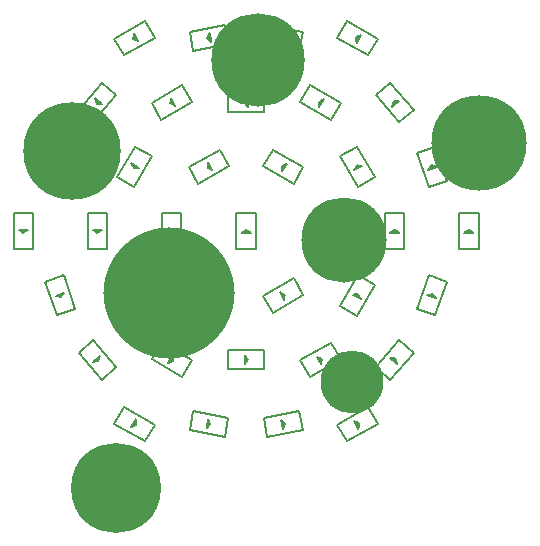
<source format=gbo>
G75*
%MOIN*%
%OFA0B0*%
%FSLAX24Y24*%
%IPPOS*%
%LPD*%
%AMOC8*
5,1,8,0,0,1.08239X$1,22.5*
%
%ADD10C,0.3112*%
%ADD11C,0.4371*%
%ADD12C,0.2839*%
%ADD13C,0.2093*%
%ADD14C,0.3247*%
%ADD15C,0.2998*%
%ADD16C,0.3174*%
%ADD17C,0.0050*%
D10*
X010336Y015871D03*
D11*
X007383Y008095D03*
D12*
X013191Y009867D03*
D13*
X013486Y005142D03*
D14*
X004135Y012820D03*
D15*
X005612Y001599D03*
D16*
X017718Y013115D03*
D17*
X005873Y004304D02*
X005553Y003749D01*
X006584Y003154D01*
X006904Y003709D01*
X005873Y004304D01*
X006260Y003884D02*
X006266Y003794D01*
X006191Y003664D01*
X006110Y003624D01*
X006260Y003884D01*
X006257Y003828D02*
X006157Y003655D01*
X006191Y003664D02*
X006272Y003704D01*
X006266Y003794D01*
X005138Y005214D02*
X005622Y005633D01*
X004843Y006533D01*
X004359Y006114D01*
X005138Y005214D01*
X005023Y005836D02*
X004934Y005824D01*
X005047Y005923D01*
X005023Y005836D01*
X005047Y005923D02*
X005071Y006009D01*
X004844Y005813D01*
X004934Y005824D01*
X004898Y005827D02*
X005050Y005958D01*
X004249Y007560D02*
X003645Y007351D01*
X003255Y008475D01*
X003860Y008685D01*
X004249Y007560D01*
X003769Y007971D02*
X003823Y008042D01*
X003681Y007993D01*
X003594Y008016D01*
X003878Y008114D01*
X003823Y008042D01*
X003839Y008074D02*
X003650Y008009D01*
X003681Y007993D02*
X003769Y007971D01*
X004670Y009567D02*
X005310Y009567D01*
X005310Y010757D01*
X004670Y010757D01*
X004670Y009567D01*
X004990Y010112D02*
X004915Y010162D01*
X005065Y010162D01*
X004990Y010112D01*
X004915Y010162D02*
X004840Y010212D01*
X005140Y010212D01*
X005065Y010162D01*
X005090Y010187D02*
X004890Y010187D01*
X003860Y011640D02*
X004249Y012764D01*
X003645Y012973D01*
X003255Y011849D01*
X003860Y011640D01*
X003736Y012259D02*
X003681Y012331D01*
X003823Y012282D01*
X003736Y012259D01*
X003823Y012282D02*
X003910Y012305D01*
X003627Y012403D01*
X003681Y012331D01*
X003666Y012363D02*
X003855Y012297D01*
X004843Y013792D02*
X005622Y014691D01*
X005138Y015110D01*
X004359Y014211D01*
X004843Y013792D01*
X004958Y014413D02*
X005047Y014402D01*
X004934Y014500D01*
X004910Y014587D01*
X005136Y014390D01*
X005047Y014402D01*
X005082Y014404D02*
X004931Y014535D01*
X004934Y014500D02*
X004958Y014413D01*
X005873Y016021D02*
X006904Y016616D01*
X006584Y017170D01*
X005553Y016575D01*
X005873Y016021D01*
X006266Y016530D02*
X006347Y016490D01*
X006197Y016750D01*
X006191Y016660D01*
X006266Y016530D01*
X006185Y016570D01*
X006191Y016660D01*
X006200Y016694D02*
X006300Y016521D01*
X007822Y015026D02*
X008142Y014471D01*
X007111Y013876D01*
X006791Y014431D01*
X007822Y015026D01*
X007435Y014606D02*
X007429Y014516D01*
X007504Y014386D01*
X007423Y014426D01*
X007429Y014516D01*
X007438Y014550D02*
X007538Y014377D01*
X007504Y014386D02*
X007585Y014346D01*
X007435Y014606D01*
X008181Y016169D02*
X009349Y016394D01*
X009228Y017022D01*
X008060Y016797D01*
X008181Y016169D01*
X008655Y016586D02*
X008690Y016669D01*
X008719Y016522D01*
X008655Y016586D01*
X008690Y016669D02*
X008725Y016752D01*
X008782Y016457D01*
X008719Y016522D01*
X008748Y016502D02*
X008710Y016698D01*
X010536Y016394D02*
X011704Y016169D01*
X011825Y016797D01*
X010657Y017022D01*
X010536Y016394D01*
X011131Y016605D02*
X011195Y016669D01*
X011166Y016522D01*
X011131Y016605D01*
X011195Y016669D02*
X011258Y016733D01*
X011201Y016439D01*
X011166Y016522D01*
X011186Y016492D02*
X011224Y016689D01*
X012063Y015026D02*
X011743Y014471D01*
X012774Y013876D01*
X013094Y014431D01*
X012063Y015026D01*
X012375Y014476D02*
X012456Y014516D01*
X012381Y014386D01*
X012375Y014476D01*
X012381Y014386D02*
X012387Y014296D01*
X012537Y014556D01*
X012456Y014516D01*
X012490Y014525D02*
X012390Y014352D01*
X013082Y012662D02*
X013636Y012982D01*
X014231Y011951D01*
X013677Y011631D01*
X013082Y012662D01*
X013632Y012350D02*
X013592Y012269D01*
X013722Y012344D01*
X013812Y012338D01*
X013552Y012188D01*
X013592Y012269D01*
X013583Y012235D02*
X013756Y012335D01*
X013722Y012344D02*
X013632Y012350D01*
X015042Y013792D02*
X015526Y014211D01*
X014747Y015110D01*
X014263Y014691D01*
X015042Y013792D01*
X014814Y014315D02*
X014838Y014402D01*
X014951Y014500D01*
X015041Y014511D01*
X014814Y014315D01*
X014836Y014367D02*
X014987Y014497D01*
X014951Y014500D02*
X014862Y014489D01*
X014838Y014402D01*
X015636Y012764D02*
X016240Y012973D01*
X016630Y011849D01*
X016025Y011640D01*
X015636Y012764D01*
X016116Y012354D02*
X016062Y012282D01*
X016204Y012331D01*
X016291Y012308D01*
X016007Y012210D01*
X016062Y012282D01*
X016046Y012250D02*
X016235Y012316D01*
X016204Y012331D02*
X016116Y012354D01*
X015215Y010757D02*
X014575Y010757D01*
X014575Y009567D01*
X015215Y009567D01*
X015215Y010757D01*
X014895Y010212D02*
X014970Y010162D01*
X014820Y010162D01*
X014895Y010212D01*
X014970Y010162D02*
X015045Y010112D01*
X014745Y010112D01*
X014820Y010162D01*
X014795Y010137D02*
X014995Y010137D01*
X016025Y008685D02*
X015636Y007560D01*
X016240Y007351D01*
X016630Y008475D01*
X016025Y008685D01*
X016149Y008065D02*
X016062Y008042D01*
X016204Y007993D01*
X016258Y007921D01*
X015975Y008020D01*
X016062Y008042D01*
X016030Y008027D02*
X016219Y007961D01*
X016204Y007993D02*
X016149Y008065D01*
X015042Y006533D02*
X014263Y005633D01*
X014747Y005214D01*
X015526Y006114D01*
X015042Y006533D01*
X014927Y005911D02*
X014838Y005923D01*
X014951Y005824D01*
X014975Y005737D01*
X014749Y005934D01*
X014838Y005923D01*
X014803Y005920D02*
X014954Y005789D01*
X014951Y005824D02*
X014927Y005911D01*
X014012Y004304D02*
X012981Y003709D01*
X013301Y003154D01*
X014332Y003749D01*
X014012Y004304D01*
X013700Y003754D02*
X013694Y003664D01*
X013619Y003794D01*
X013700Y003754D01*
X013694Y003664D02*
X013688Y003574D01*
X013538Y003834D01*
X013619Y003794D01*
X013585Y003803D02*
X013685Y003630D01*
X011825Y003527D02*
X011704Y004156D01*
X010536Y003931D01*
X010657Y003302D01*
X011825Y003527D01*
X011230Y003739D02*
X011195Y003655D01*
X011166Y003803D01*
X011230Y003739D01*
X011166Y003803D02*
X011103Y003867D01*
X011160Y003572D01*
X011195Y003655D01*
X011175Y003626D02*
X011137Y003823D01*
X012063Y005299D02*
X011743Y005853D01*
X012774Y006448D01*
X013094Y005894D01*
X012063Y005299D01*
X012450Y005719D02*
X012456Y005808D01*
X012381Y005938D01*
X012462Y005898D01*
X012456Y005808D01*
X012447Y005774D02*
X012347Y005948D01*
X012381Y005938D02*
X012300Y005978D01*
X012450Y005719D01*
X013636Y007343D02*
X013082Y007663D01*
X013677Y008693D01*
X014231Y008373D01*
X013636Y007343D01*
X013762Y007899D02*
X013502Y008049D01*
X013592Y008055D01*
X013722Y007980D01*
X013762Y007899D01*
X013731Y007946D02*
X013558Y008046D01*
X013592Y008055D02*
X013682Y008061D01*
X013722Y007980D01*
X012739Y009567D02*
X012099Y009567D01*
X012099Y010757D01*
X012739Y010757D01*
X012739Y009567D01*
X012569Y010112D02*
X012269Y010112D01*
X012344Y010162D01*
X012494Y010162D01*
X012569Y010112D01*
X012519Y010137D02*
X012319Y010137D01*
X012344Y010162D02*
X012419Y010212D01*
X012494Y010162D01*
X011536Y008592D02*
X010505Y007997D01*
X010825Y007443D01*
X011856Y008038D01*
X011536Y008592D01*
X011224Y008043D02*
X011143Y008083D01*
X011218Y007953D01*
X011212Y007863D01*
X011062Y008123D01*
X011143Y008083D01*
X011109Y008092D02*
X011209Y007919D01*
X011218Y007953D02*
X011224Y008043D01*
X010263Y009567D02*
X009623Y009567D01*
X009623Y010757D01*
X010263Y010757D01*
X010263Y009567D01*
X010093Y010112D02*
X009793Y010112D01*
X009868Y010162D01*
X010018Y010162D01*
X010093Y010112D01*
X010043Y010137D02*
X009843Y010137D01*
X009868Y010162D02*
X009943Y010212D01*
X010018Y010162D01*
X011536Y011732D02*
X011856Y012286D01*
X010825Y012881D01*
X010505Y012327D01*
X011536Y011732D01*
X011149Y012152D02*
X011143Y012242D01*
X011218Y012371D01*
X011299Y012411D01*
X011149Y012152D01*
X011152Y012207D02*
X011252Y012381D01*
X011218Y012371D02*
X011137Y012332D01*
X011143Y012242D01*
X009380Y012327D02*
X009060Y012881D01*
X008029Y012286D01*
X008349Y011732D01*
X009380Y012327D01*
X008823Y012202D02*
X008742Y012242D01*
X008667Y012371D01*
X008673Y012461D01*
X008823Y012202D01*
X008776Y012232D02*
X008676Y012406D01*
X008667Y012371D02*
X008661Y012282D01*
X008742Y012242D01*
X007786Y010757D02*
X007146Y010757D01*
X007146Y009567D01*
X007786Y009567D01*
X007786Y010757D01*
X007616Y010212D02*
X007541Y010162D01*
X007391Y010162D01*
X007316Y010212D01*
X007616Y010212D01*
X007566Y010187D02*
X007366Y010187D01*
X007391Y010162D02*
X007466Y010112D01*
X007541Y010162D01*
X006208Y008693D02*
X005654Y008373D01*
X006249Y007343D01*
X006803Y007663D01*
X006208Y008693D01*
X006333Y008136D02*
X006293Y008055D01*
X006163Y007980D01*
X006073Y007986D01*
X006333Y008136D01*
X006302Y008089D02*
X006129Y007989D01*
X006163Y007980D02*
X006253Y007974D01*
X006293Y008055D01*
X007111Y006448D02*
X006791Y005894D01*
X007822Y005299D01*
X008142Y005853D01*
X007111Y006448D01*
X007498Y006028D02*
X007504Y005938D01*
X007429Y005808D01*
X007348Y005769D01*
X007498Y006028D01*
X007495Y005973D02*
X007395Y005799D01*
X007429Y005808D02*
X007510Y005848D01*
X007504Y005938D01*
X009060Y007443D02*
X009380Y007997D01*
X008349Y008592D01*
X008029Y008038D01*
X009060Y007443D01*
X008748Y007993D02*
X008667Y007953D01*
X008742Y008083D01*
X008748Y007993D01*
X008742Y008083D02*
X008736Y008173D01*
X008586Y007913D01*
X008667Y007953D01*
X008633Y007944D02*
X008733Y008117D01*
X009348Y006193D02*
X009348Y005553D01*
X010538Y005553D01*
X010538Y006193D01*
X009348Y006193D01*
X009893Y006023D02*
X009943Y005948D01*
X009943Y005798D01*
X009893Y005723D01*
X009893Y006023D01*
X009918Y005973D02*
X009918Y005773D01*
X009943Y005798D02*
X009993Y005873D01*
X009943Y005948D01*
X009349Y003931D02*
X008181Y004156D01*
X008060Y003527D01*
X009228Y003302D01*
X009349Y003931D01*
X008754Y003720D02*
X008690Y003655D01*
X008719Y003803D01*
X008754Y003720D01*
X008719Y003803D02*
X008684Y003886D01*
X008627Y003591D01*
X008690Y003655D01*
X008661Y003636D02*
X008699Y003832D01*
X002834Y009567D02*
X002834Y010757D01*
X002194Y010757D01*
X002194Y009567D01*
X002834Y009567D01*
X002514Y010112D02*
X002439Y010162D01*
X002589Y010162D01*
X002514Y010112D01*
X002439Y010162D02*
X002364Y010212D01*
X002664Y010212D01*
X002589Y010162D01*
X002614Y010187D02*
X002414Y010187D01*
X005654Y011951D02*
X006208Y011631D01*
X006803Y012662D01*
X006249Y012982D01*
X005654Y011951D01*
X006203Y012263D02*
X006163Y012344D01*
X006293Y012269D01*
X006203Y012263D01*
X006163Y012344D02*
X006123Y012425D01*
X006383Y012275D01*
X006293Y012269D01*
X006327Y012278D02*
X006154Y012378D01*
X009348Y014131D02*
X010538Y014131D01*
X010538Y014771D01*
X009348Y014771D01*
X009348Y014131D01*
X009893Y014451D02*
X009943Y014526D01*
X009943Y014376D01*
X009893Y014451D01*
X009943Y014526D02*
X009993Y014601D01*
X009993Y014301D01*
X009943Y014376D01*
X009968Y014351D02*
X009968Y014551D01*
X012981Y016616D02*
X014012Y016021D01*
X014332Y016575D01*
X013301Y017170D01*
X012981Y016616D01*
X013613Y016620D02*
X013694Y016660D01*
X013619Y016530D01*
X013613Y016620D01*
X013619Y016530D02*
X013625Y016440D01*
X013775Y016700D01*
X013694Y016660D01*
X013728Y016669D02*
X013628Y016496D01*
X017051Y010757D02*
X017051Y009567D01*
X017691Y009567D01*
X017691Y010757D01*
X017051Y010757D01*
X017371Y010212D02*
X017446Y010162D01*
X017296Y010162D01*
X017371Y010212D01*
X017446Y010162D02*
X017521Y010112D01*
X017221Y010112D01*
X017296Y010162D01*
X017271Y010137D02*
X017471Y010137D01*
M02*

</source>
